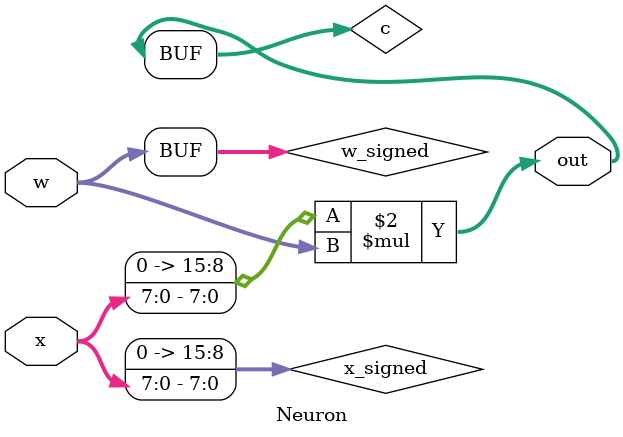
<source format=v>

`resetall
`timescale 1ns/10ps
module Neuron(x,w,out) ;
	input [7:0] x;
	input [15:0] w;
	output [31:0] out;
	
	reg signed [15:0] x_signed; 
	reg signed [15:0] w_signed;
	reg signed [31:0] c;
	
	always @(*) begin
	 x_signed = {8'h00, x};
	 w_signed = w;
	 c = x_signed*w_signed;
	end
	
	assign out = c;
	
// ### Please start your Verilog code here ### 

endmodule

</source>
